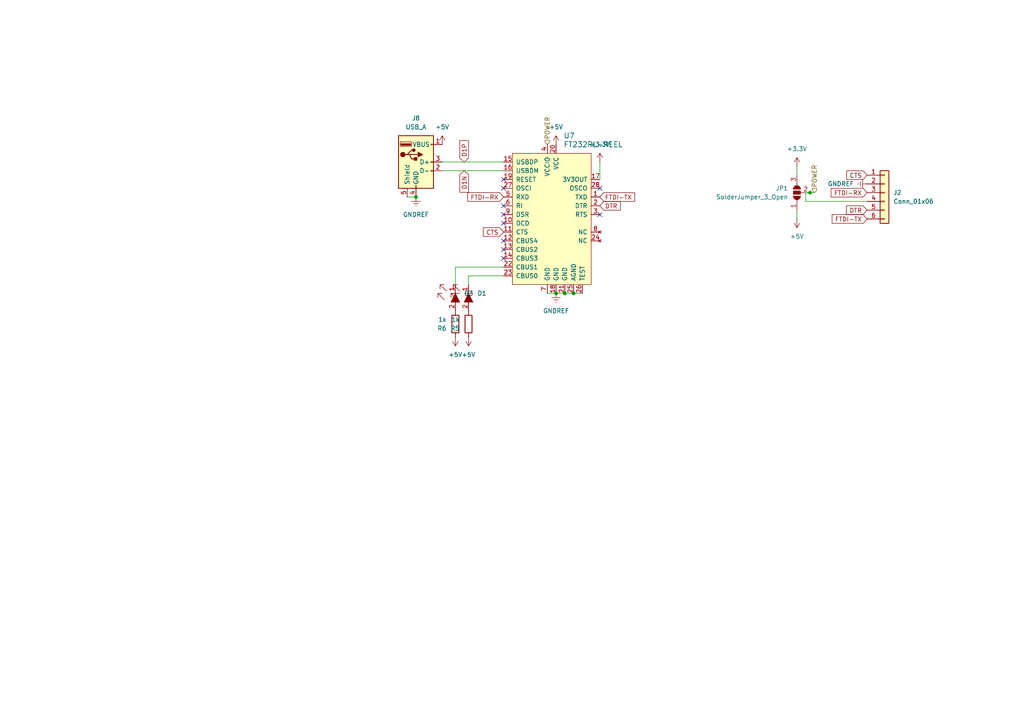
<source format=kicad_sch>
(kicad_sch
	(version 20250114)
	(generator "eeschema")
	(generator_version "9.0")
	(uuid "353d7dc3-8283-4caf-88c7-af144373e3e6")
	(paper "A4")
	(lib_symbols
		(symbol "Connector:USB_A"
			(pin_names
				(offset 1.016)
			)
			(exclude_from_sim no)
			(in_bom yes)
			(on_board yes)
			(property "Reference" "J"
				(at -5.08 11.43 0)
				(effects
					(font
						(size 1.27 1.27)
					)
					(justify left)
				)
			)
			(property "Value" "USB_A"
				(at -5.08 8.89 0)
				(effects
					(font
						(size 1.27 1.27)
					)
					(justify left)
				)
			)
			(property "Footprint" ""
				(at 3.81 -1.27 0)
				(effects
					(font
						(size 1.27 1.27)
					)
					(hide yes)
				)
			)
			(property "Datasheet" "~"
				(at 3.81 -1.27 0)
				(effects
					(font
						(size 1.27 1.27)
					)
					(hide yes)
				)
			)
			(property "Description" "USB Type A connector"
				(at 0 0 0)
				(effects
					(font
						(size 1.27 1.27)
					)
					(hide yes)
				)
			)
			(property "ki_keywords" "connector USB"
				(at 0 0 0)
				(effects
					(font
						(size 1.27 1.27)
					)
					(hide yes)
				)
			)
			(property "ki_fp_filters" "USB*"
				(at 0 0 0)
				(effects
					(font
						(size 1.27 1.27)
					)
					(hide yes)
				)
			)
			(symbol "USB_A_0_1"
				(rectangle
					(start -5.08 -7.62)
					(end 5.08 7.62)
					(stroke
						(width 0.254)
						(type default)
					)
					(fill
						(type background)
					)
				)
				(circle
					(center -3.81 2.159)
					(radius 0.635)
					(stroke
						(width 0.254)
						(type default)
					)
					(fill
						(type outline)
					)
				)
				(polyline
					(pts
						(xy -3.175 2.159) (xy -2.54 2.159) (xy -1.27 3.429) (xy -0.635 3.429)
					)
					(stroke
						(width 0.254)
						(type default)
					)
					(fill
						(type none)
					)
				)
				(polyline
					(pts
						(xy -2.54 2.159) (xy -1.905 2.159) (xy -1.27 0.889) (xy 0 0.889)
					)
					(stroke
						(width 0.254)
						(type default)
					)
					(fill
						(type none)
					)
				)
				(rectangle
					(start -1.524 4.826)
					(end -4.318 5.334)
					(stroke
						(width 0)
						(type default)
					)
					(fill
						(type outline)
					)
				)
				(rectangle
					(start -1.27 4.572)
					(end -4.572 5.842)
					(stroke
						(width 0)
						(type default)
					)
					(fill
						(type none)
					)
				)
				(circle
					(center -0.635 3.429)
					(radius 0.381)
					(stroke
						(width 0.254)
						(type default)
					)
					(fill
						(type outline)
					)
				)
				(rectangle
					(start -0.127 -7.62)
					(end 0.127 -6.858)
					(stroke
						(width 0)
						(type default)
					)
					(fill
						(type none)
					)
				)
				(rectangle
					(start 0.254 1.27)
					(end -0.508 0.508)
					(stroke
						(width 0.254)
						(type default)
					)
					(fill
						(type outline)
					)
				)
				(polyline
					(pts
						(xy 0.635 2.794) (xy 0.635 1.524) (xy 1.905 2.159) (xy 0.635 2.794)
					)
					(stroke
						(width 0.254)
						(type default)
					)
					(fill
						(type outline)
					)
				)
				(rectangle
					(start 5.08 4.953)
					(end 4.318 5.207)
					(stroke
						(width 0)
						(type default)
					)
					(fill
						(type none)
					)
				)
				(rectangle
					(start 5.08 -0.127)
					(end 4.318 0.127)
					(stroke
						(width 0)
						(type default)
					)
					(fill
						(type none)
					)
				)
				(rectangle
					(start 5.08 -2.667)
					(end 4.318 -2.413)
					(stroke
						(width 0)
						(type default)
					)
					(fill
						(type none)
					)
				)
			)
			(symbol "USB_A_1_1"
				(polyline
					(pts
						(xy -1.905 2.159) (xy 0.635 2.159)
					)
					(stroke
						(width 0.254)
						(type default)
					)
					(fill
						(type none)
					)
				)
				(pin passive line
					(at -2.54 -10.16 90)
					(length 2.54)
					(name "Shield"
						(effects
							(font
								(size 1.27 1.27)
							)
						)
					)
					(number "5"
						(effects
							(font
								(size 1.27 1.27)
							)
						)
					)
				)
				(pin power_in line
					(at 0 -10.16 90)
					(length 2.54)
					(name "GND"
						(effects
							(font
								(size 1.27 1.27)
							)
						)
					)
					(number "4"
						(effects
							(font
								(size 1.27 1.27)
							)
						)
					)
				)
				(pin power_in line
					(at 7.62 5.08 180)
					(length 2.54)
					(name "VBUS"
						(effects
							(font
								(size 1.27 1.27)
							)
						)
					)
					(number "1"
						(effects
							(font
								(size 1.27 1.27)
							)
						)
					)
				)
				(pin bidirectional line
					(at 7.62 0 180)
					(length 2.54)
					(name "D+"
						(effects
							(font
								(size 1.27 1.27)
							)
						)
					)
					(number "3"
						(effects
							(font
								(size 1.27 1.27)
							)
						)
					)
				)
				(pin bidirectional line
					(at 7.62 -2.54 180)
					(length 2.54)
					(name "D-"
						(effects
							(font
								(size 1.27 1.27)
							)
						)
					)
					(number "2"
						(effects
							(font
								(size 1.27 1.27)
							)
						)
					)
				)
			)
			(embedded_fonts no)
		)
		(symbol "Connector_Generic:Conn_01x06"
			(pin_names
				(offset 1.016)
				(hide yes)
			)
			(exclude_from_sim no)
			(in_bom yes)
			(on_board yes)
			(property "Reference" "J"
				(at 0 7.62 0)
				(effects
					(font
						(size 1.27 1.27)
					)
				)
			)
			(property "Value" "Conn_01x06"
				(at 0 -10.16 0)
				(effects
					(font
						(size 1.27 1.27)
					)
				)
			)
			(property "Footprint" ""
				(at 0 0 0)
				(effects
					(font
						(size 1.27 1.27)
					)
					(hide yes)
				)
			)
			(property "Datasheet" "~"
				(at 0 0 0)
				(effects
					(font
						(size 1.27 1.27)
					)
					(hide yes)
				)
			)
			(property "Description" "Generic connector, single row, 01x06, script generated (kicad-library-utils/schlib/autogen/connector/)"
				(at 0 0 0)
				(effects
					(font
						(size 1.27 1.27)
					)
					(hide yes)
				)
			)
			(property "ki_keywords" "connector"
				(at 0 0 0)
				(effects
					(font
						(size 1.27 1.27)
					)
					(hide yes)
				)
			)
			(property "ki_fp_filters" "Connector*:*_1x??_*"
				(at 0 0 0)
				(effects
					(font
						(size 1.27 1.27)
					)
					(hide yes)
				)
			)
			(symbol "Conn_01x06_1_1"
				(rectangle
					(start -1.27 6.35)
					(end 1.27 -8.89)
					(stroke
						(width 0.254)
						(type default)
					)
					(fill
						(type background)
					)
				)
				(rectangle
					(start -1.27 5.207)
					(end 0 4.953)
					(stroke
						(width 0.1524)
						(type default)
					)
					(fill
						(type none)
					)
				)
				(rectangle
					(start -1.27 2.667)
					(end 0 2.413)
					(stroke
						(width 0.1524)
						(type default)
					)
					(fill
						(type none)
					)
				)
				(rectangle
					(start -1.27 0.127)
					(end 0 -0.127)
					(stroke
						(width 0.1524)
						(type default)
					)
					(fill
						(type none)
					)
				)
				(rectangle
					(start -1.27 -2.413)
					(end 0 -2.667)
					(stroke
						(width 0.1524)
						(type default)
					)
					(fill
						(type none)
					)
				)
				(rectangle
					(start -1.27 -4.953)
					(end 0 -5.207)
					(stroke
						(width 0.1524)
						(type default)
					)
					(fill
						(type none)
					)
				)
				(rectangle
					(start -1.27 -7.493)
					(end 0 -7.747)
					(stroke
						(width 0.1524)
						(type default)
					)
					(fill
						(type none)
					)
				)
				(pin passive line
					(at -5.08 5.08 0)
					(length 3.81)
					(name "Pin_1"
						(effects
							(font
								(size 1.27 1.27)
							)
						)
					)
					(number "1"
						(effects
							(font
								(size 1.27 1.27)
							)
						)
					)
				)
				(pin passive line
					(at -5.08 2.54 0)
					(length 3.81)
					(name "Pin_2"
						(effects
							(font
								(size 1.27 1.27)
							)
						)
					)
					(number "2"
						(effects
							(font
								(size 1.27 1.27)
							)
						)
					)
				)
				(pin passive line
					(at -5.08 0 0)
					(length 3.81)
					(name "Pin_3"
						(effects
							(font
								(size 1.27 1.27)
							)
						)
					)
					(number "3"
						(effects
							(font
								(size 1.27 1.27)
							)
						)
					)
				)
				(pin passive line
					(at -5.08 -2.54 0)
					(length 3.81)
					(name "Pin_4"
						(effects
							(font
								(size 1.27 1.27)
							)
						)
					)
					(number "4"
						(effects
							(font
								(size 1.27 1.27)
							)
						)
					)
				)
				(pin passive line
					(at -5.08 -5.08 0)
					(length 3.81)
					(name "Pin_5"
						(effects
							(font
								(size 1.27 1.27)
							)
						)
					)
					(number "5"
						(effects
							(font
								(size 1.27 1.27)
							)
						)
					)
				)
				(pin passive line
					(at -5.08 -7.62 0)
					(length 3.81)
					(name "Pin_6"
						(effects
							(font
								(size 1.27 1.27)
							)
						)
					)
					(number "6"
						(effects
							(font
								(size 1.27 1.27)
							)
						)
					)
				)
			)
			(embedded_fonts no)
		)
		(symbol "Device:R"
			(pin_numbers
				(hide yes)
			)
			(pin_names
				(offset 0)
			)
			(exclude_from_sim no)
			(in_bom yes)
			(on_board yes)
			(property "Reference" "R"
				(at 2.032 0 90)
				(effects
					(font
						(size 1.27 1.27)
					)
				)
			)
			(property "Value" "R"
				(at 0 0 90)
				(effects
					(font
						(size 1.27 1.27)
					)
				)
			)
			(property "Footprint" ""
				(at -1.778 0 90)
				(effects
					(font
						(size 1.27 1.27)
					)
					(hide yes)
				)
			)
			(property "Datasheet" "~"
				(at 0 0 0)
				(effects
					(font
						(size 1.27 1.27)
					)
					(hide yes)
				)
			)
			(property "Description" "Resistor"
				(at 0 0 0)
				(effects
					(font
						(size 1.27 1.27)
					)
					(hide yes)
				)
			)
			(property "ki_keywords" "R res resistor"
				(at 0 0 0)
				(effects
					(font
						(size 1.27 1.27)
					)
					(hide yes)
				)
			)
			(property "ki_fp_filters" "R_*"
				(at 0 0 0)
				(effects
					(font
						(size 1.27 1.27)
					)
					(hide yes)
				)
			)
			(symbol "R_0_1"
				(rectangle
					(start -1.016 -2.54)
					(end 1.016 2.54)
					(stroke
						(width 0.254)
						(type default)
					)
					(fill
						(type none)
					)
				)
			)
			(symbol "R_1_1"
				(pin passive line
					(at 0 3.81 270)
					(length 1.27)
					(name "~"
						(effects
							(font
								(size 1.27 1.27)
							)
						)
					)
					(number "1"
						(effects
							(font
								(size 1.27 1.27)
							)
						)
					)
				)
				(pin passive line
					(at 0 -3.81 90)
					(length 1.27)
					(name "~"
						(effects
							(font
								(size 1.27 1.27)
							)
						)
					)
					(number "2"
						(effects
							(font
								(size 1.27 1.27)
							)
						)
					)
				)
			)
			(embedded_fonts no)
		)
		(symbol "Jumper:SolderJumper_3_Open"
			(pin_names
				(offset 0)
				(hide yes)
			)
			(exclude_from_sim yes)
			(in_bom no)
			(on_board yes)
			(property "Reference" "JP"
				(at -2.54 -2.54 0)
				(effects
					(font
						(size 1.27 1.27)
					)
				)
			)
			(property "Value" "SolderJumper_3_Open"
				(at 0 2.794 0)
				(effects
					(font
						(size 1.27 1.27)
					)
				)
			)
			(property "Footprint" ""
				(at 0 0 0)
				(effects
					(font
						(size 1.27 1.27)
					)
					(hide yes)
				)
			)
			(property "Datasheet" "~"
				(at 0 0 0)
				(effects
					(font
						(size 1.27 1.27)
					)
					(hide yes)
				)
			)
			(property "Description" "Solder Jumper, 3-pole, open"
				(at 0 0 0)
				(effects
					(font
						(size 1.27 1.27)
					)
					(hide yes)
				)
			)
			(property "ki_keywords" "Solder Jumper SPDT"
				(at 0 0 0)
				(effects
					(font
						(size 1.27 1.27)
					)
					(hide yes)
				)
			)
			(property "ki_fp_filters" "SolderJumper*Open*"
				(at 0 0 0)
				(effects
					(font
						(size 1.27 1.27)
					)
					(hide yes)
				)
			)
			(symbol "SolderJumper_3_Open_0_1"
				(polyline
					(pts
						(xy -2.54 0) (xy -2.032 0)
					)
					(stroke
						(width 0)
						(type default)
					)
					(fill
						(type none)
					)
				)
				(polyline
					(pts
						(xy -1.016 1.016) (xy -1.016 -1.016)
					)
					(stroke
						(width 0)
						(type default)
					)
					(fill
						(type none)
					)
				)
				(arc
					(start -1.016 -1.016)
					(mid -2.0276 0)
					(end -1.016 1.016)
					(stroke
						(width 0)
						(type default)
					)
					(fill
						(type none)
					)
				)
				(arc
					(start -1.016 -1.016)
					(mid -2.0276 0)
					(end -1.016 1.016)
					(stroke
						(width 0)
						(type default)
					)
					(fill
						(type outline)
					)
				)
				(rectangle
					(start -0.508 1.016)
					(end 0.508 -1.016)
					(stroke
						(width 0)
						(type default)
					)
					(fill
						(type outline)
					)
				)
				(polyline
					(pts
						(xy 0 -1.27) (xy 0 -1.016)
					)
					(stroke
						(width 0)
						(type default)
					)
					(fill
						(type none)
					)
				)
				(arc
					(start 1.016 1.016)
					(mid 2.0276 0)
					(end 1.016 -1.016)
					(stroke
						(width 0)
						(type default)
					)
					(fill
						(type none)
					)
				)
				(arc
					(start 1.016 1.016)
					(mid 2.0276 0)
					(end 1.016 -1.016)
					(stroke
						(width 0)
						(type default)
					)
					(fill
						(type outline)
					)
				)
				(polyline
					(pts
						(xy 1.016 1.016) (xy 1.016 -1.016)
					)
					(stroke
						(width 0)
						(type default)
					)
					(fill
						(type none)
					)
				)
				(polyline
					(pts
						(xy 2.54 0) (xy 2.032 0)
					)
					(stroke
						(width 0)
						(type default)
					)
					(fill
						(type none)
					)
				)
			)
			(symbol "SolderJumper_3_Open_1_1"
				(pin passive line
					(at -5.08 0 0)
					(length 2.54)
					(name "A"
						(effects
							(font
								(size 1.27 1.27)
							)
						)
					)
					(number "1"
						(effects
							(font
								(size 1.27 1.27)
							)
						)
					)
				)
				(pin passive line
					(at 0 -3.81 90)
					(length 2.54)
					(name "C"
						(effects
							(font
								(size 1.27 1.27)
							)
						)
					)
					(number "2"
						(effects
							(font
								(size 1.27 1.27)
							)
						)
					)
				)
				(pin passive line
					(at 5.08 0 180)
					(length 2.54)
					(name "B"
						(effects
							(font
								(size 1.27 1.27)
							)
						)
					)
					(number "3"
						(effects
							(font
								(size 1.27 1.27)
							)
						)
					)
				)
			)
			(embedded_fonts no)
		)
		(symbol "dk_Interface-Controllers:FT232RL-REEL"
			(pin_names
				(offset 1.016)
			)
			(exclude_from_sim no)
			(in_bom yes)
			(on_board yes)
			(property "Reference" "U"
				(at -12.7 11.43 0)
				(effects
					(font
						(size 1.524 1.524)
					)
				)
			)
			(property "Value" "FT232RL-REEL"
				(at -2.54 -20.32 90)
				(effects
					(font
						(size 1.524 1.524)
					)
					(justify left)
				)
			)
			(property "Footprint" "digikey-footprints:SSOP-28_W5.30mm"
				(at 5.08 5.08 0)
				(effects
					(font
						(size 1.524 1.524)
					)
					(justify left)
					(hide yes)
				)
			)
			(property "Datasheet" "https://www.ftdichip.com/Support/Documents/DataSheets/ICs/DS_FT232R.pdf"
				(at 5.08 7.62 0)
				(effects
					(font
						(size 1.524 1.524)
					)
					(justify left)
					(hide yes)
				)
			)
			(property "Description" "IC USB FS SERIAL UART 28-SSOP"
				(at 0 0 0)
				(effects
					(font
						(size 1.27 1.27)
					)
					(hide yes)
				)
			)
			(property "Digi-Key_PN" "768-1007-1-ND"
				(at 5.08 10.16 0)
				(effects
					(font
						(size 1.524 1.524)
					)
					(justify left)
					(hide yes)
				)
			)
			(property "MPN" "FT232RL-REEL"
				(at 5.08 12.7 0)
				(effects
					(font
						(size 1.524 1.524)
					)
					(justify left)
					(hide yes)
				)
			)
			(property "Category" "Integrated Circuits (ICs)"
				(at 5.08 15.24 0)
				(effects
					(font
						(size 1.524 1.524)
					)
					(justify left)
					(hide yes)
				)
			)
			(property "Family" "Interface - Controllers"
				(at 5.08 17.78 0)
				(effects
					(font
						(size 1.524 1.524)
					)
					(justify left)
					(hide yes)
				)
			)
			(property "DK_Datasheet_Link" "https://www.ftdichip.com/Support/Documents/DataSheets/ICs/DS_FT232R.pdf"
				(at 5.08 20.32 0)
				(effects
					(font
						(size 1.524 1.524)
					)
					(justify left)
					(hide yes)
				)
			)
			(property "DK_Detail_Page" "/product-detail/en/ftdi-future-technology-devices-international-ltd/FT232RL-REEL/768-1007-1-ND/1836402"
				(at 5.08 22.86 0)
				(effects
					(font
						(size 1.524 1.524)
					)
					(justify left)
					(hide yes)
				)
			)
			(property "Description_1" "IC USB FS SERIAL UART 28-SSOP"
				(at 5.08 25.4 0)
				(effects
					(font
						(size 1.524 1.524)
					)
					(justify left)
					(hide yes)
				)
			)
			(property "Manufacturer" "FTDI, Future Technology Devices International Ltd"
				(at 5.08 27.94 0)
				(effects
					(font
						(size 1.524 1.524)
					)
					(justify left)
					(hide yes)
				)
			)
			(property "Status" "Active"
				(at 5.08 30.48 0)
				(effects
					(font
						(size 1.524 1.524)
					)
					(justify left)
					(hide yes)
				)
			)
			(property "ki_keywords" "768-1007-1-ND USBmadeEZ-UART"
				(at 0 0 0)
				(effects
					(font
						(size 1.27 1.27)
					)
					(hide yes)
				)
			)
			(symbol "FT232RL-REEL_0_1"
				(rectangle
					(start -15.24 10.16)
					(end 7.62 -27.94)
					(stroke
						(width 0)
						(type solid)
					)
					(fill
						(type background)
					)
				)
			)
			(symbol "FT232RL-REEL_1_1"
				(pin bidirectional line
					(at -17.78 7.62 0)
					(length 2.54)
					(name "USBDP"
						(effects
							(font
								(size 1.27 1.27)
							)
						)
					)
					(number "15"
						(effects
							(font
								(size 1.27 1.27)
							)
						)
					)
				)
				(pin bidirectional line
					(at -17.78 5.08 0)
					(length 2.54)
					(name "USBDM"
						(effects
							(font
								(size 1.27 1.27)
							)
						)
					)
					(number "16"
						(effects
							(font
								(size 1.27 1.27)
							)
						)
					)
				)
				(pin input line
					(at -17.78 2.54 0)
					(length 2.54)
					(name "RESET"
						(effects
							(font
								(size 1.27 1.27)
							)
						)
					)
					(number "19"
						(effects
							(font
								(size 1.27 1.27)
							)
						)
					)
				)
				(pin input line
					(at -17.78 0 0)
					(length 2.54)
					(name "OSCI"
						(effects
							(font
								(size 1.27 1.27)
							)
						)
					)
					(number "27"
						(effects
							(font
								(size 1.27 1.27)
							)
						)
					)
				)
				(pin input line
					(at -17.78 -2.54 0)
					(length 2.54)
					(name "RXD"
						(effects
							(font
								(size 1.27 1.27)
							)
						)
					)
					(number "5"
						(effects
							(font
								(size 1.27 1.27)
							)
						)
					)
				)
				(pin input line
					(at -17.78 -5.08 0)
					(length 2.54)
					(name "RI"
						(effects
							(font
								(size 1.27 1.27)
							)
						)
					)
					(number "6"
						(effects
							(font
								(size 1.27 1.27)
							)
						)
					)
				)
				(pin input line
					(at -17.78 -7.62 0)
					(length 2.54)
					(name "DSR"
						(effects
							(font
								(size 1.27 1.27)
							)
						)
					)
					(number "9"
						(effects
							(font
								(size 1.27 1.27)
							)
						)
					)
				)
				(pin input line
					(at -17.78 -10.16 0)
					(length 2.54)
					(name "DCD"
						(effects
							(font
								(size 1.27 1.27)
							)
						)
					)
					(number "10"
						(effects
							(font
								(size 1.27 1.27)
							)
						)
					)
				)
				(pin input line
					(at -17.78 -12.7 0)
					(length 2.54)
					(name "CTS"
						(effects
							(font
								(size 1.27 1.27)
							)
						)
					)
					(number "11"
						(effects
							(font
								(size 1.27 1.27)
							)
						)
					)
				)
				(pin bidirectional line
					(at -17.78 -15.24 0)
					(length 2.54)
					(name "CBUS4"
						(effects
							(font
								(size 1.27 1.27)
							)
						)
					)
					(number "12"
						(effects
							(font
								(size 1.27 1.27)
							)
						)
					)
				)
				(pin bidirectional line
					(at -17.78 -17.78 0)
					(length 2.54)
					(name "CBUS2"
						(effects
							(font
								(size 1.27 1.27)
							)
						)
					)
					(number "13"
						(effects
							(font
								(size 1.27 1.27)
							)
						)
					)
				)
				(pin bidirectional line
					(at -17.78 -20.32 0)
					(length 2.54)
					(name "CBUS3"
						(effects
							(font
								(size 1.27 1.27)
							)
						)
					)
					(number "14"
						(effects
							(font
								(size 1.27 1.27)
							)
						)
					)
				)
				(pin bidirectional line
					(at -17.78 -22.86 0)
					(length 2.54)
					(name "CBUS1"
						(effects
							(font
								(size 1.27 1.27)
							)
						)
					)
					(number "22"
						(effects
							(font
								(size 1.27 1.27)
							)
						)
					)
				)
				(pin bidirectional line
					(at -17.78 -25.4 0)
					(length 2.54)
					(name "CBUS0"
						(effects
							(font
								(size 1.27 1.27)
							)
						)
					)
					(number "23"
						(effects
							(font
								(size 1.27 1.27)
							)
						)
					)
				)
				(pin power_in line
					(at -5.08 12.7 270)
					(length 2.54)
					(name "VCCIO"
						(effects
							(font
								(size 1.27 1.27)
							)
						)
					)
					(number "4"
						(effects
							(font
								(size 1.27 1.27)
							)
						)
					)
				)
				(pin power_in line
					(at -5.08 -30.48 90)
					(length 2.54)
					(name "GND"
						(effects
							(font
								(size 1.27 1.27)
							)
						)
					)
					(number "7"
						(effects
							(font
								(size 1.27 1.27)
							)
						)
					)
				)
				(pin power_in line
					(at -2.54 12.7 270)
					(length 2.54)
					(name "VCC"
						(effects
							(font
								(size 1.27 1.27)
							)
						)
					)
					(number "20"
						(effects
							(font
								(size 1.27 1.27)
							)
						)
					)
				)
				(pin power_in line
					(at -2.54 -30.48 90)
					(length 2.54)
					(name "GND"
						(effects
							(font
								(size 1.27 1.27)
							)
						)
					)
					(number "18"
						(effects
							(font
								(size 1.27 1.27)
							)
						)
					)
				)
				(pin power_in line
					(at 0 -30.48 90)
					(length 2.54)
					(name "GND"
						(effects
							(font
								(size 1.27 1.27)
							)
						)
					)
					(number "21"
						(effects
							(font
								(size 1.27 1.27)
							)
						)
					)
				)
				(pin power_in line
					(at 2.54 -30.48 90)
					(length 2.54)
					(name "AGND"
						(effects
							(font
								(size 1.27 1.27)
							)
						)
					)
					(number "25"
						(effects
							(font
								(size 1.27 1.27)
							)
						)
					)
				)
				(pin power_in line
					(at 5.08 -30.48 90)
					(length 2.54)
					(name "TEST"
						(effects
							(font
								(size 1.27 1.27)
							)
						)
					)
					(number "26"
						(effects
							(font
								(size 1.27 1.27)
							)
						)
					)
				)
				(pin passive line
					(at 10.16 2.54 180)
					(length 2.54)
					(name "3V3OUT"
						(effects
							(font
								(size 1.27 1.27)
							)
						)
					)
					(number "17"
						(effects
							(font
								(size 1.27 1.27)
							)
						)
					)
				)
				(pin output line
					(at 10.16 0 180)
					(length 2.54)
					(name "OSCO"
						(effects
							(font
								(size 1.27 1.27)
							)
						)
					)
					(number "28"
						(effects
							(font
								(size 1.27 1.27)
							)
						)
					)
				)
				(pin output line
					(at 10.16 -2.54 180)
					(length 2.54)
					(name "TXD"
						(effects
							(font
								(size 1.27 1.27)
							)
						)
					)
					(number "1"
						(effects
							(font
								(size 1.27 1.27)
							)
						)
					)
				)
				(pin output line
					(at 10.16 -5.08 180)
					(length 2.54)
					(name "DTR"
						(effects
							(font
								(size 1.27 1.27)
							)
						)
					)
					(number "2"
						(effects
							(font
								(size 1.27 1.27)
							)
						)
					)
				)
				(pin output line
					(at 10.16 -7.62 180)
					(length 2.54)
					(name "RTS"
						(effects
							(font
								(size 1.27 1.27)
							)
						)
					)
					(number "3"
						(effects
							(font
								(size 1.27 1.27)
							)
						)
					)
				)
				(pin no_connect line
					(at 10.16 -12.7 180)
					(length 2.54)
					(name "NC"
						(effects
							(font
								(size 1.27 1.27)
							)
						)
					)
					(number "8"
						(effects
							(font
								(size 1.27 1.27)
							)
						)
					)
				)
				(pin no_connect line
					(at 10.16 -15.24 180)
					(length 2.54)
					(name "NC"
						(effects
							(font
								(size 1.27 1.27)
							)
						)
					)
					(number "24"
						(effects
							(font
								(size 1.27 1.27)
							)
						)
					)
				)
			)
			(embedded_fonts no)
		)
		(symbol "dk_LED-Indication-Discrete:LTST-C190GKT"
			(pin_names
				(offset 0)
			)
			(exclude_from_sim no)
			(in_bom yes)
			(on_board yes)
			(property "Reference" "D"
				(at -6.35 3.81 0)
				(effects
					(font
						(size 1.27 1.27)
					)
					(justify left)
				)
			)
			(property "Value" "LTST-C190GKT"
				(at 0 -3.81 0)
				(effects
					(font
						(size 1.524 1.524)
					)
					(hide yes)
				)
			)
			(property "Footprint" "digikey-footprints:LED_0603"
				(at 5.08 5.08 0)
				(effects
					(font
						(size 1.524 1.524)
					)
					(justify left)
					(hide yes)
				)
			)
			(property "Datasheet" "https://media.digikey.com/pdf/Data%20Sheets/Lite-On%20PDFs/LTST-C190GKT.pdf"
				(at 5.08 7.62 0)
				(effects
					(font
						(size 1.524 1.524)
					)
					(justify left)
					(hide yes)
				)
			)
			(property "Description" "LED GREEN CLEAR CHIP SMD"
				(at 0 0 0)
				(effects
					(font
						(size 1.27 1.27)
					)
					(hide yes)
				)
			)
			(property "Digi-Key_PN" "160-1183-1-ND"
				(at 5.08 10.16 0)
				(effects
					(font
						(size 1.524 1.524)
					)
					(justify left)
					(hide yes)
				)
			)
			(property "MPN" "LTST-C190GKT"
				(at 5.08 12.7 0)
				(effects
					(font
						(size 1.524 1.524)
					)
					(justify left)
					(hide yes)
				)
			)
			(property "Category" "Optoelectronics"
				(at 5.08 15.24 0)
				(effects
					(font
						(size 1.524 1.524)
					)
					(justify left)
					(hide yes)
				)
			)
			(property "Family" "LED Indication - Discrete"
				(at 5.08 17.78 0)
				(effects
					(font
						(size 1.524 1.524)
					)
					(justify left)
					(hide yes)
				)
			)
			(property "DK_Datasheet_Link" "https://media.digikey.com/pdf/Data%20Sheets/Lite-On%20PDFs/LTST-C190GKT.pdf"
				(at 5.08 20.32 0)
				(effects
					(font
						(size 1.524 1.524)
					)
					(justify left)
					(hide yes)
				)
			)
			(property "DK_Detail_Page" "/product-detail/en/lite-on-inc/LTST-C190GKT/160-1183-1-ND/269255"
				(at 5.08 22.86 0)
				(effects
					(font
						(size 1.524 1.524)
					)
					(justify left)
					(hide yes)
				)
			)
			(property "Description_1" "LED GREEN CLEAR CHIP SMD"
				(at 5.08 25.4 0)
				(effects
					(font
						(size 1.524 1.524)
					)
					(justify left)
					(hide yes)
				)
			)
			(property "Manufacturer" "Lite-On Inc."
				(at 5.08 27.94 0)
				(effects
					(font
						(size 1.524 1.524)
					)
					(justify left)
					(hide yes)
				)
			)
			(property "Status" "Active"
				(at 5.08 30.48 0)
				(effects
					(font
						(size 1.524 1.524)
					)
					(justify left)
					(hide yes)
				)
			)
			(property "ki_keywords" "160-1183-1-ND"
				(at 0 0 0)
				(effects
					(font
						(size 1.27 1.27)
					)
					(hide yes)
				)
			)
			(symbol "LTST-C190GKT_0_1"
				(polyline
					(pts
						(xy -2.54 1.27) (xy -2.54 -1.27) (xy 0 0) (xy -2.54 1.27)
					)
					(stroke
						(width 0)
						(type solid)
					)
					(fill
						(type outline)
					)
				)
				(polyline
					(pts
						(xy 0 1.27) (xy 0 -1.27)
					)
					(stroke
						(width 0)
						(type solid)
					)
					(fill
						(type none)
					)
				)
			)
			(symbol "LTST-C190GKT_1_1"
				(polyline
					(pts
						(xy -1.27 3.81) (xy -1.905 3.175)
					)
					(stroke
						(width 0)
						(type solid)
					)
					(fill
						(type none)
					)
				)
				(polyline
					(pts
						(xy -0.635 5.08) (xy -1.27 5.08)
					)
					(stroke
						(width 0)
						(type solid)
					)
					(fill
						(type none)
					)
				)
				(polyline
					(pts
						(xy 0 5.08) (xy 0 4.445) (xy 0 5.08) (xy -0.635 5.08) (xy 0 5.08) (xy -1.27 3.81)
					)
					(stroke
						(width 0)
						(type solid)
					)
					(fill
						(type none)
					)
				)
				(polyline
					(pts
						(xy 0 4.445) (xy 0 3.81)
					)
					(stroke
						(width 0)
						(type solid)
					)
					(fill
						(type none)
					)
				)
				(polyline
					(pts
						(xy 1.27 3.175) (xy 0.635 2.54)
					)
					(stroke
						(width 0)
						(type solid)
					)
					(fill
						(type none)
					)
				)
				(polyline
					(pts
						(xy 1.27 3.175) (xy 2.54 4.445) (xy 1.905 4.445) (xy 2.54 4.445) (xy 2.54 3.81)
					)
					(stroke
						(width 0)
						(type solid)
					)
					(fill
						(type none)
					)
				)
				(polyline
					(pts
						(xy 1.905 4.445) (xy 1.27 4.445)
					)
					(stroke
						(width 0)
						(type solid)
					)
					(fill
						(type none)
					)
				)
				(polyline
					(pts
						(xy 2.54 3.81) (xy 2.54 3.175)
					)
					(stroke
						(width 0)
						(type solid)
					)
					(fill
						(type none)
					)
				)
				(pin input line
					(at -5.08 0 0)
					(length 2.54)
					(name "~"
						(effects
							(font
								(size 1.27 1.27)
							)
						)
					)
					(number "2"
						(effects
							(font
								(size 1.27 1.27)
							)
						)
					)
				)
				(pin output line
					(at 2.54 0 180)
					(length 2.54)
					(name "~"
						(effects
							(font
								(size 1.27 1.27)
							)
						)
					)
					(number "1"
						(effects
							(font
								(size 1.27 1.27)
							)
						)
					)
				)
			)
			(embedded_fonts no)
		)
		(symbol "power:+3.3V"
			(power)
			(pin_numbers
				(hide yes)
			)
			(pin_names
				(offset 0)
				(hide yes)
			)
			(exclude_from_sim no)
			(in_bom yes)
			(on_board yes)
			(property "Reference" "#PWR"
				(at 0 -3.81 0)
				(effects
					(font
						(size 1.27 1.27)
					)
					(hide yes)
				)
			)
			(property "Value" "+3.3V"
				(at 0 3.556 0)
				(effects
					(font
						(size 1.27 1.27)
					)
				)
			)
			(property "Footprint" ""
				(at 0 0 0)
				(effects
					(font
						(size 1.27 1.27)
					)
					(hide yes)
				)
			)
			(property "Datasheet" ""
				(at 0 0 0)
				(effects
					(font
						(size 1.27 1.27)
					)
					(hide yes)
				)
			)
			(property "Description" "Power symbol creates a global label with name \"+3.3V\""
				(at 0 0 0)
				(effects
					(font
						(size 1.27 1.27)
					)
					(hide yes)
				)
			)
			(property "ki_keywords" "global power"
				(at 0 0 0)
				(effects
					(font
						(size 1.27 1.27)
					)
					(hide yes)
				)
			)
			(symbol "+3.3V_0_1"
				(polyline
					(pts
						(xy -0.762 1.27) (xy 0 2.54)
					)
					(stroke
						(width 0)
						(type default)
					)
					(fill
						(type none)
					)
				)
				(polyline
					(pts
						(xy 0 2.54) (xy 0.762 1.27)
					)
					(stroke
						(width 0)
						(type default)
					)
					(fill
						(type none)
					)
				)
				(polyline
					(pts
						(xy 0 0) (xy 0 2.54)
					)
					(stroke
						(width 0)
						(type default)
					)
					(fill
						(type none)
					)
				)
			)
			(symbol "+3.3V_1_1"
				(pin power_in line
					(at 0 0 90)
					(length 0)
					(name "~"
						(effects
							(font
								(size 1.27 1.27)
							)
						)
					)
					(number "1"
						(effects
							(font
								(size 1.27 1.27)
							)
						)
					)
				)
			)
			(embedded_fonts no)
		)
		(symbol "power:+5V"
			(power)
			(pin_numbers
				(hide yes)
			)
			(pin_names
				(offset 0)
				(hide yes)
			)
			(exclude_from_sim no)
			(in_bom yes)
			(on_board yes)
			(property "Reference" "#PWR"
				(at 0 -3.81 0)
				(effects
					(font
						(size 1.27 1.27)
					)
					(hide yes)
				)
			)
			(property "Value" "+5V"
				(at 0 3.556 0)
				(effects
					(font
						(size 1.27 1.27)
					)
				)
			)
			(property "Footprint" ""
				(at 0 0 0)
				(effects
					(font
						(size 1.27 1.27)
					)
					(hide yes)
				)
			)
			(property "Datasheet" ""
				(at 0 0 0)
				(effects
					(font
						(size 1.27 1.27)
					)
					(hide yes)
				)
			)
			(property "Description" "Power symbol creates a global label with name \"+5V\""
				(at 0 0 0)
				(effects
					(font
						(size 1.27 1.27)
					)
					(hide yes)
				)
			)
			(property "ki_keywords" "global power"
				(at 0 0 0)
				(effects
					(font
						(size 1.27 1.27)
					)
					(hide yes)
				)
			)
			(symbol "+5V_0_1"
				(polyline
					(pts
						(xy -0.762 1.27) (xy 0 2.54)
					)
					(stroke
						(width 0)
						(type default)
					)
					(fill
						(type none)
					)
				)
				(polyline
					(pts
						(xy 0 2.54) (xy 0.762 1.27)
					)
					(stroke
						(width 0)
						(type default)
					)
					(fill
						(type none)
					)
				)
				(polyline
					(pts
						(xy 0 0) (xy 0 2.54)
					)
					(stroke
						(width 0)
						(type default)
					)
					(fill
						(type none)
					)
				)
			)
			(symbol "+5V_1_1"
				(pin power_in line
					(at 0 0 90)
					(length 0)
					(name "~"
						(effects
							(font
								(size 1.27 1.27)
							)
						)
					)
					(number "1"
						(effects
							(font
								(size 1.27 1.27)
							)
						)
					)
				)
			)
			(embedded_fonts no)
		)
		(symbol "power:GNDREF"
			(power)
			(pin_numbers
				(hide yes)
			)
			(pin_names
				(offset 0)
				(hide yes)
			)
			(exclude_from_sim no)
			(in_bom yes)
			(on_board yes)
			(property "Reference" "#PWR"
				(at 0 -6.35 0)
				(effects
					(font
						(size 1.27 1.27)
					)
					(hide yes)
				)
			)
			(property "Value" "GNDREF"
				(at 0 -3.81 0)
				(effects
					(font
						(size 1.27 1.27)
					)
				)
			)
			(property "Footprint" ""
				(at 0 0 0)
				(effects
					(font
						(size 1.27 1.27)
					)
					(hide yes)
				)
			)
			(property "Datasheet" ""
				(at 0 0 0)
				(effects
					(font
						(size 1.27 1.27)
					)
					(hide yes)
				)
			)
			(property "Description" "Power symbol creates a global label with name \"GNDREF\" , reference supply ground"
				(at 0 0 0)
				(effects
					(font
						(size 1.27 1.27)
					)
					(hide yes)
				)
			)
			(property "ki_keywords" "global power"
				(at 0 0 0)
				(effects
					(font
						(size 1.27 1.27)
					)
					(hide yes)
				)
			)
			(symbol "GNDREF_0_1"
				(polyline
					(pts
						(xy -0.635 -1.905) (xy 0.635 -1.905)
					)
					(stroke
						(width 0)
						(type default)
					)
					(fill
						(type none)
					)
				)
				(polyline
					(pts
						(xy -0.127 -2.54) (xy 0.127 -2.54)
					)
					(stroke
						(width 0)
						(type default)
					)
					(fill
						(type none)
					)
				)
				(polyline
					(pts
						(xy 0 -1.27) (xy 0 0)
					)
					(stroke
						(width 0)
						(type default)
					)
					(fill
						(type none)
					)
				)
				(polyline
					(pts
						(xy 1.27 -1.27) (xy -1.27 -1.27)
					)
					(stroke
						(width 0)
						(type default)
					)
					(fill
						(type none)
					)
				)
			)
			(symbol "GNDREF_1_1"
				(pin power_in line
					(at 0 0 270)
					(length 0)
					(name "~"
						(effects
							(font
								(size 1.27 1.27)
							)
						)
					)
					(number "1"
						(effects
							(font
								(size 1.27 1.27)
							)
						)
					)
				)
			)
			(embedded_fonts no)
		)
	)
	(junction
		(at 166.37 85.09)
		(diameter 0)
		(color 0 0 0 0)
		(uuid "40fb88d3-f11b-4461-8721-24caca250353")
	)
	(junction
		(at 161.29 85.09)
		(diameter 0)
		(color 0 0 0 0)
		(uuid "5cbe262b-8383-473c-9005-a22fb9b138ee")
	)
	(junction
		(at 234.95 55.88)
		(diameter 0)
		(color 0 0 0 0)
		(uuid "5e9cf171-33da-49fc-bd51-fb5e81c51b48")
	)
	(junction
		(at 163.83 85.09)
		(diameter 0)
		(color 0 0 0 0)
		(uuid "72a5cc7c-ae95-4334-93e2-cb1fc62cbb2f")
	)
	(junction
		(at 120.65 57.15)
		(diameter 0)
		(color 0 0 0 0)
		(uuid "fb69f60f-d87f-48c3-be7a-97debbe7d62e")
	)
	(no_connect
		(at 146.05 74.93)
		(uuid "02a4fd0f-454a-46b4-b0ef-502ecedcd6c3")
	)
	(no_connect
		(at 146.05 54.61)
		(uuid "0558093c-b150-4d02-a78a-1980f11305f3")
	)
	(no_connect
		(at 146.05 62.23)
		(uuid "0d7336a7-67de-4816-a1b7-7f3a4b59068b")
	)
	(no_connect
		(at 173.99 62.23)
		(uuid "1b0d9050-c635-4f15-8cf9-fb3d4ed7e54d")
	)
	(no_connect
		(at 146.05 72.39)
		(uuid "1b84509d-e757-49ec-89b0-3a1a5100f1b0")
	)
	(no_connect
		(at 146.05 52.07)
		(uuid "69af5065-c59c-4507-8cf6-2296465780c7")
	)
	(no_connect
		(at 146.05 59.69)
		(uuid "6afe43aa-013a-437d-a07a-7e7b874e029e")
	)
	(no_connect
		(at 146.05 64.77)
		(uuid "c3609cbf-41dd-4871-bef6-b9985c7bc874")
	)
	(no_connect
		(at 173.99 54.61)
		(uuid "de9c810f-90e8-4f45-8b43-00b54059e2c7")
	)
	(no_connect
		(at 146.05 69.85)
		(uuid "e2e3c61e-8fc3-42e9-a9c4-098bb8719987")
	)
	(wire
		(pts
			(xy 132.08 77.47) (xy 146.05 77.47)
		)
		(stroke
			(width 0)
			(type default)
		)
		(uuid "299c9618-8f70-48e7-b5be-3a768d6b33d2")
	)
	(wire
		(pts
			(xy 234.95 55.88) (xy 236.22 55.88)
		)
		(stroke
			(width 0)
			(type default)
		)
		(uuid "3153b6cf-52e3-4f2a-a200-c70ec7da788d")
	)
	(wire
		(pts
			(xy 161.29 85.09) (xy 163.83 85.09)
		)
		(stroke
			(width 0)
			(type default)
		)
		(uuid "3b4ff1c7-bb6f-4aa9-9b60-a5e53ba0d317")
	)
	(wire
		(pts
			(xy 234.95 55.88) (xy 233.68 55.88)
		)
		(stroke
			(width 0)
			(type default)
		)
		(uuid "3eb415c2-d304-4dc9-8056-0f8233085747")
	)
	(wire
		(pts
			(xy 135.89 80.01) (xy 146.05 80.01)
		)
		(stroke
			(width 0)
			(type default)
		)
		(uuid "46399df8-5b65-4614-a786-663e5e40b930")
	)
	(wire
		(pts
			(xy 231.14 48.26) (xy 231.14 50.8)
		)
		(stroke
			(width 0)
			(type default)
		)
		(uuid "4cdb2b76-a8ee-4c9c-b67b-b66625b26cc2")
	)
	(wire
		(pts
			(xy 135.89 80.01) (xy 135.89 82.55)
		)
		(stroke
			(width 0)
			(type default)
		)
		(uuid "8725ce49-8d16-435e-a284-33913f2f6be5")
	)
	(wire
		(pts
			(xy 173.99 46.99) (xy 173.99 52.07)
		)
		(stroke
			(width 0)
			(type default)
		)
		(uuid "90856110-392a-4b3a-a3e6-bf67b1943001")
	)
	(wire
		(pts
			(xy 233.68 55.88) (xy 233.68 58.42)
		)
		(stroke
			(width 0)
			(type default)
		)
		(uuid "933a953b-f761-4dcd-bcae-ebab4c2789a1")
	)
	(wire
		(pts
			(xy 233.68 58.42) (xy 251.46 58.42)
		)
		(stroke
			(width 0)
			(type default)
		)
		(uuid "9dd0435c-f7a2-4e8d-9a38-a03f28f04f65")
	)
	(wire
		(pts
			(xy 163.83 85.09) (xy 166.37 85.09)
		)
		(stroke
			(width 0)
			(type default)
		)
		(uuid "a21a6e75-583e-4b1f-bca0-1c433d4f7d6b")
	)
	(wire
		(pts
			(xy 231.14 63.5) (xy 231.14 60.96)
		)
		(stroke
			(width 0)
			(type default)
		)
		(uuid "a3a53600-06d0-4a47-88c9-64be56bc9136")
	)
	(wire
		(pts
			(xy 128.27 46.99) (xy 146.05 46.99)
		)
		(stroke
			(width 0)
			(type default)
		)
		(uuid "b14ae8f6-de26-45e6-b6d5-611cb2602541")
	)
	(wire
		(pts
			(xy 118.11 57.15) (xy 120.65 57.15)
		)
		(stroke
			(width 0)
			(type default)
		)
		(uuid "b1f4de2a-9c23-4078-a078-cdd91778cad9")
	)
	(wire
		(pts
			(xy 158.75 85.09) (xy 161.29 85.09)
		)
		(stroke
			(width 0)
			(type default)
		)
		(uuid "c6d32fd6-832c-4002-9328-12435ff40238")
	)
	(wire
		(pts
			(xy 128.27 49.53) (xy 146.05 49.53)
		)
		(stroke
			(width 0)
			(type default)
		)
		(uuid "ce502463-7ee8-431b-97c0-4b7d92cecf0e")
	)
	(wire
		(pts
			(xy 132.08 82.55) (xy 132.08 77.47)
		)
		(stroke
			(width 0)
			(type default)
		)
		(uuid "d16916e8-ce91-4d35-a9b1-10d7778c54fd")
	)
	(wire
		(pts
			(xy 166.37 85.09) (xy 168.91 85.09)
		)
		(stroke
			(width 0)
			(type default)
		)
		(uuid "ea246dc9-dd70-4ad7-821a-f9cd79901aa0")
	)
	(global_label "DTR"
		(shape input)
		(at 173.99 59.69 0)
		(fields_autoplaced yes)
		(effects
			(font
				(size 1.27 1.27)
			)
			(justify left)
		)
		(uuid "0eddbeda-208b-4fcb-a001-e285b69502b9")
		(property "Intersheetrefs" "${INTERSHEET_REFS}"
			(at 180.4828 59.69 0)
			(effects
				(font
					(size 1.27 1.27)
				)
				(justify left)
				(hide yes)
			)
		)
	)
	(global_label "FTDI-RX"
		(shape input)
		(at 251.46 55.88 180)
		(fields_autoplaced yes)
		(effects
			(font
				(size 1.27 1.27)
			)
			(justify right)
		)
		(uuid "3c2c00b5-55df-4f85-9593-74b1ebfd113c")
		(property "Intersheetrefs" "${INTERSHEET_REFS}"
			(at 240.4919 55.88 0)
			(effects
				(font
					(size 1.27 1.27)
				)
				(justify right)
				(hide yes)
			)
		)
	)
	(global_label "D1N"
		(shape input)
		(at 134.62 49.53 270)
		(fields_autoplaced yes)
		(effects
			(font
				(size 1.27 1.27)
			)
			(justify right)
		)
		(uuid "5328bfbc-180a-44df-ab70-fdfa739e751f")
		(property "Intersheetrefs" "${INTERSHEET_REFS}"
			(at 134.62 56.3252 90)
			(effects
				(font
					(size 1.27 1.27)
				)
				(justify right)
				(hide yes)
			)
		)
	)
	(global_label "D1P"
		(shape input)
		(at 134.62 46.99 90)
		(fields_autoplaced yes)
		(effects
			(font
				(size 1.27 1.27)
			)
			(justify left)
		)
		(uuid "8e1cb217-ef38-4d31-9d1e-9cebb47f07ad")
		(property "Intersheetrefs" "${INTERSHEET_REFS}"
			(at 134.62 40.2553 90)
			(effects
				(font
					(size 1.27 1.27)
				)
				(justify left)
				(hide yes)
			)
		)
	)
	(global_label "FTDI-TX"
		(shape input)
		(at 173.99 57.15 0)
		(fields_autoplaced yes)
		(effects
			(font
				(size 1.27 1.27)
			)
			(justify left)
		)
		(uuid "9b3ca451-017c-4725-85e0-b351f80b7df5")
		(property "Intersheetrefs" "${INTERSHEET_REFS}"
			(at 184.6557 57.15 0)
			(effects
				(font
					(size 1.27 1.27)
				)
				(justify left)
				(hide yes)
			)
		)
	)
	(global_label "DTR"
		(shape input)
		(at 251.46 60.96 180)
		(fields_autoplaced yes)
		(effects
			(font
				(size 1.27 1.27)
			)
			(justify right)
		)
		(uuid "bb141d54-7aa7-4a0d-9ea8-f5796257afc9")
		(property "Intersheetrefs" "${INTERSHEET_REFS}"
			(at 244.9672 60.96 0)
			(effects
				(font
					(size 1.27 1.27)
				)
				(justify right)
				(hide yes)
			)
		)
	)
	(global_label "CTS"
		(shape input)
		(at 251.46 50.8 180)
		(fields_autoplaced yes)
		(effects
			(font
				(size 1.27 1.27)
			)
			(justify right)
		)
		(uuid "bd94458b-b38a-427c-8135-23488b9259ed")
		(property "Intersheetrefs" "${INTERSHEET_REFS}"
			(at 245.0277 50.8 0)
			(effects
				(font
					(size 1.27 1.27)
				)
				(justify right)
				(hide yes)
			)
		)
	)
	(global_label "FTDI-TX"
		(shape input)
		(at 251.46 63.5 180)
		(fields_autoplaced yes)
		(effects
			(font
				(size 1.27 1.27)
			)
			(justify right)
		)
		(uuid "d5979c1f-4728-4ee8-a968-381b8d3f1d58")
		(property "Intersheetrefs" "${INTERSHEET_REFS}"
			(at 240.7943 63.5 0)
			(effects
				(font
					(size 1.27 1.27)
				)
				(justify right)
				(hide yes)
			)
		)
	)
	(global_label "CTS"
		(shape input)
		(at 146.05 67.31 180)
		(fields_autoplaced yes)
		(effects
			(font
				(size 1.27 1.27)
			)
			(justify right)
		)
		(uuid "ee525576-50bb-400b-9961-af7e17a671e1")
		(property "Intersheetrefs" "${INTERSHEET_REFS}"
			(at 139.6177 67.31 0)
			(effects
				(font
					(size 1.27 1.27)
				)
				(justify right)
				(hide yes)
			)
		)
	)
	(global_label "FTDI-RX"
		(shape input)
		(at 146.05 57.15 180)
		(fields_autoplaced yes)
		(effects
			(font
				(size 1.27 1.27)
			)
			(justify right)
		)
		(uuid "fe834fc6-244c-45dd-8c18-1111d74bfa0a")
		(property "Intersheetrefs" "${INTERSHEET_REFS}"
			(at 135.0819 57.15 0)
			(effects
				(font
					(size 1.27 1.27)
				)
				(justify right)
				(hide yes)
			)
		)
	)
	(hierarchical_label "POWER"
		(shape input)
		(at 236.22 55.88 90)
		(effects
			(font
				(size 1.27 1.27)
			)
			(justify left)
		)
		(uuid "1c107123-c720-4a63-b739-fa969e9f6cb9")
	)
	(hierarchical_label "POWER"
		(shape input)
		(at 158.75 41.91 90)
		(effects
			(font
				(size 1.27 1.27)
			)
			(justify left)
		)
		(uuid "74e34abd-37eb-4434-9fc3-e99e1b9d15fe")
	)
	(symbol
		(lib_id "Connector:USB_A")
		(at 120.65 46.99 0)
		(unit 1)
		(exclude_from_sim no)
		(in_bom yes)
		(on_board yes)
		(dnp no)
		(fields_autoplaced yes)
		(uuid "1af8dbff-ae5a-4273-9a82-9ee160a7df00")
		(property "Reference" "J8"
			(at 120.65 34.29 0)
			(effects
				(font
					(size 1.27 1.27)
				)
			)
		)
		(property "Value" "USB_A"
			(at 120.65 36.83 0)
			(effects
				(font
					(size 1.27 1.27)
				)
			)
		)
		(property "Footprint" "Connector_USB:USB_A_Receptacle_GCT_USB1046"
			(at 124.46 48.26 0)
			(effects
				(font
					(size 1.27 1.27)
				)
				(hide yes)
			)
		)
		(property "Datasheet" "~"
			(at 124.46 48.26 0)
			(effects
				(font
					(size 1.27 1.27)
				)
				(hide yes)
			)
		)
		(property "Description" "USB Type A connector"
			(at 120.65 46.99 0)
			(effects
				(font
					(size 1.27 1.27)
				)
				(hide yes)
			)
		)
		(pin "2"
			(uuid "259f6f69-3e23-4560-b63c-013f3137c1b7")
		)
		(pin "4"
			(uuid "9af6ec01-f1aa-42a7-a571-1c618eacec68")
		)
		(pin "1"
			(uuid "4bbaecbd-cb8f-4b81-8461-26f3ab75a087")
		)
		(pin "3"
			(uuid "a57f0ac5-1774-4241-90c1-281165768981")
		)
		(pin "5"
			(uuid "46996004-dd5f-4124-832c-5d8d57eb7cec")
		)
		(instances
			(project ""
				(path "/6d9574af-18a2-4e68-aceb-f8599563ee21/b0bf05aa-9b14-4ce4-a8b0-ac7ba2a0296f"
					(reference "J8")
					(unit 1)
				)
			)
		)
	)
	(symbol
		(lib_id "Jumper:SolderJumper_3_Open")
		(at 231.14 55.88 90)
		(unit 1)
		(exclude_from_sim yes)
		(in_bom no)
		(on_board yes)
		(dnp no)
		(fields_autoplaced yes)
		(uuid "2179a89f-128e-4a5d-a6d1-1f3f7a087f5e")
		(property "Reference" "JP1"
			(at 228.6 54.6099 90)
			(effects
				(font
					(size 1.27 1.27)
				)
				(justify left)
			)
		)
		(property "Value" "SolderJumper_3_Open"
			(at 228.6 57.1499 90)
			(effects
				(font
					(size 1.27 1.27)
				)
				(justify left)
			)
		)
		(property "Footprint" "Connector_PinHeader_2.54mm:PinHeader_1x03_P2.54mm_Vertical"
			(at 231.14 55.88 0)
			(effects
				(font
					(size 1.27 1.27)
				)
				(hide yes)
			)
		)
		(property "Datasheet" "~"
			(at 231.14 55.88 0)
			(effects
				(font
					(size 1.27 1.27)
				)
				(hide yes)
			)
		)
		(property "Description" "Solder Jumper, 3-pole, open"
			(at 231.14 55.88 0)
			(effects
				(font
					(size 1.27 1.27)
				)
				(hide yes)
			)
		)
		(property "Adet" ""
			(at 231.14 55.88 0)
			(effects
				(font
					(size 1.27 1.27)
				)
			)
		)
		(property "Supplier" ""
			(at 231.14 55.88 0)
			(effects
				(font
					(size 1.27 1.27)
				)
			)
		)
		(property "Sim.Pins" ""
			(at 231.14 55.88 0)
			(effects
				(font
					(size 1.27 1.27)
				)
			)
		)
		(pin "1"
			(uuid "49b7c5cb-da5d-4b15-872d-bf96eb52f9db")
		)
		(pin "2"
			(uuid "5e6c86c5-0d89-420b-b3ae-77c6c6105f55")
		)
		(pin "3"
			(uuid "61cb703d-354b-40c1-8ebf-d0ff1b92b316")
		)
		(instances
			(project ""
				(path "/6d9574af-18a2-4e68-aceb-f8599563ee21/b0bf05aa-9b14-4ce4-a8b0-ac7ba2a0296f"
					(reference "JP1")
					(unit 1)
				)
			)
		)
	)
	(symbol
		(lib_id "power:+5V")
		(at 128.27 41.91 0)
		(unit 1)
		(exclude_from_sim no)
		(in_bom yes)
		(on_board yes)
		(dnp no)
		(fields_autoplaced yes)
		(uuid "27e28470-e44e-4ccd-8f7d-f823c42ff8fa")
		(property "Reference" "#PWR026"
			(at 128.27 45.72 0)
			(effects
				(font
					(size 1.27 1.27)
				)
				(hide yes)
			)
		)
		(property "Value" "+5V"
			(at 128.27 36.83 0)
			(effects
				(font
					(size 1.27 1.27)
				)
			)
		)
		(property "Footprint" ""
			(at 128.27 41.91 0)
			(effects
				(font
					(size 1.27 1.27)
				)
				(hide yes)
			)
		)
		(property "Datasheet" ""
			(at 128.27 41.91 0)
			(effects
				(font
					(size 1.27 1.27)
				)
				(hide yes)
			)
		)
		(property "Description" "Power symbol creates a global label with name \"+5V\""
			(at 128.27 41.91 0)
			(effects
				(font
					(size 1.27 1.27)
				)
				(hide yes)
			)
		)
		(pin "1"
			(uuid "9cc30441-137c-4971-9908-8d5d058fc0e5")
		)
		(instances
			(project "Usb 3. v11"
				(path "/6d9574af-18a2-4e68-aceb-f8599563ee21/b0bf05aa-9b14-4ce4-a8b0-ac7ba2a0296f"
					(reference "#PWR026")
					(unit 1)
				)
			)
		)
	)
	(symbol
		(lib_id "dk_LED-Indication-Discrete:LTST-C190GKT")
		(at 132.08 85.09 90)
		(unit 1)
		(exclude_from_sim no)
		(in_bom yes)
		(on_board yes)
		(dnp no)
		(fields_autoplaced yes)
		(uuid "2c9f92fc-2cf7-4a95-8581-a4aa1949d52c")
		(property "Reference" "D3"
			(at 134.62 85.0899 90)
			(effects
				(font
					(size 1.27 1.27)
				)
				(justify right)
			)
		)
		(property "Value" "LTST-C190GKT"
			(at 135.89 85.09 0)
			(effects
				(font
					(size 1.524 1.524)
				)
				(hide yes)
			)
		)
		(property "Footprint" "LED_SMD:LED_0603_1608Metric_Pad1.05x0.95mm_HandSolder"
			(at 127 80.01 0)
			(effects
				(font
					(size 1.524 1.524)
				)
				(justify left)
				(hide yes)
			)
		)
		(property "Datasheet" "https://media.digikey.com/pdf/Data%20Sheets/Lite-On%20PDFs/LTST-C190GKT.pdf"
			(at 124.46 80.01 0)
			(effects
				(font
					(size 1.524 1.524)
				)
				(justify left)
				(hide yes)
			)
		)
		(property "Description" "LED GREEN CLEAR CHIP SMD"
			(at 132.08 85.09 0)
			(effects
				(font
					(size 1.27 1.27)
				)
				(hide yes)
			)
		)
		(property "Digi-Key_PN" "160-1183-1-ND"
			(at 121.92 80.01 0)
			(effects
				(font
					(size 1.524 1.524)
				)
				(justify left)
				(hide yes)
			)
		)
		(property "MPN" "LTST-C190GKT"
			(at 119.38 80.01 0)
			(effects
				(font
					(size 1.524 1.524)
				)
				(justify left)
				(hide yes)
			)
		)
		(property "Category" "Optoelectronics"
			(at 116.84 80.01 0)
			(effects
				(font
					(size 1.524 1.524)
				)
				(justify left)
				(hide yes)
			)
		)
		(property "Family" "LED Indication - Discrete"
			(at 114.3 80.01 0)
			(effects
				(font
					(size 1.524 1.524)
				)
				(justify left)
				(hide yes)
			)
		)
		(property "DK_Datasheet_Link" "https://media.digikey.com/pdf/Data%20Sheets/Lite-On%20PDFs/LTST-C190GKT.pdf"
			(at 111.76 80.01 0)
			(effects
				(font
					(size 1.524 1.524)
				)
				(justify left)
				(hide yes)
			)
		)
		(property "DK_Detail_Page" "/product-detail/en/lite-on-inc/LTST-C190GKT/160-1183-1-ND/269255"
			(at 109.22 80.01 0)
			(effects
				(font
					(size 1.524 1.524)
				)
				(justify left)
				(hide yes)
			)
		)
		(property "Description_1" "LED GREEN CLEAR CHIP SMD"
			(at 106.68 80.01 0)
			(effects
				(font
					(size 1.524 1.524)
				)
				(justify left)
				(hide yes)
			)
		)
		(property "Manufacturer" "Lite-On Inc."
			(at 104.14 80.01 0)
			(effects
				(font
					(size 1.524 1.524)
				)
				(justify left)
				(hide yes)
			)
		)
		(property "Status" "Active"
			(at 101.6 80.01 0)
			(effects
				(font
					(size 1.524 1.524)
				)
				(justify left)
				(hide yes)
			)
		)
		(property "Sim.Pins" ""
			(at 132.08 85.09 0)
			(effects
				(font
					(size 1.27 1.27)
				)
			)
		)
		(pin "1"
			(uuid "d23dbca0-57ed-42e9-a1f5-f99a86b12917")
		)
		(pin "2"
			(uuid "3c094e23-a966-4898-ba3a-ea3b5ac832b6")
		)
		(instances
			(project "Usb 3.0"
				(path "/6d9574af-18a2-4e68-aceb-f8599563ee21/b0bf05aa-9b14-4ce4-a8b0-ac7ba2a0296f"
					(reference "D3")
					(unit 1)
				)
			)
		)
	)
	(symbol
		(lib_id "power:+3.3V")
		(at 231.14 48.26 0)
		(unit 1)
		(exclude_from_sim no)
		(in_bom yes)
		(on_board yes)
		(dnp no)
		(fields_autoplaced yes)
		(uuid "2e3c9d6f-dcaf-4660-9a6e-643e6d322bf4")
		(property "Reference" "#PWR019"
			(at 231.14 52.07 0)
			(effects
				(font
					(size 1.27 1.27)
				)
				(hide yes)
			)
		)
		(property "Value" "+3.3V"
			(at 231.14 43.18 0)
			(effects
				(font
					(size 1.27 1.27)
				)
			)
		)
		(property "Footprint" ""
			(at 231.14 48.26 0)
			(effects
				(font
					(size 1.27 1.27)
				)
				(hide yes)
			)
		)
		(property "Datasheet" ""
			(at 231.14 48.26 0)
			(effects
				(font
					(size 1.27 1.27)
				)
				(hide yes)
			)
		)
		(property "Description" "Power symbol creates a global label with name \"+3.3V\""
			(at 231.14 48.26 0)
			(effects
				(font
					(size 1.27 1.27)
				)
				(hide yes)
			)
		)
		(pin "1"
			(uuid "2875d8b7-87ae-4967-a539-8e4f8bf091a9")
		)
		(instances
			(project ""
				(path "/6d9574af-18a2-4e68-aceb-f8599563ee21/b0bf05aa-9b14-4ce4-a8b0-ac7ba2a0296f"
					(reference "#PWR019")
					(unit 1)
				)
			)
		)
	)
	(symbol
		(lib_id "power:+5V")
		(at 161.29 41.91 0)
		(unit 1)
		(exclude_from_sim no)
		(in_bom yes)
		(on_board yes)
		(dnp no)
		(fields_autoplaced yes)
		(uuid "52cc30f8-21d0-47fc-ab0c-2fed7ce512e8")
		(property "Reference" "#PWR017"
			(at 161.29 45.72 0)
			(effects
				(font
					(size 1.27 1.27)
				)
				(hide yes)
			)
		)
		(property "Value" "+5V"
			(at 161.29 36.83 0)
			(effects
				(font
					(size 1.27 1.27)
				)
			)
		)
		(property "Footprint" ""
			(at 161.29 41.91 0)
			(effects
				(font
					(size 1.27 1.27)
				)
				(hide yes)
			)
		)
		(property "Datasheet" ""
			(at 161.29 41.91 0)
			(effects
				(font
					(size 1.27 1.27)
				)
				(hide yes)
			)
		)
		(property "Description" "Power symbol creates a global label with name \"+5V\""
			(at 161.29 41.91 0)
			(effects
				(font
					(size 1.27 1.27)
				)
				(hide yes)
			)
		)
		(pin "1"
			(uuid "6020193f-78fc-4d35-8924-f5321fdf29ea")
		)
		(instances
			(project "Usb 3.0"
				(path "/6d9574af-18a2-4e68-aceb-f8599563ee21/b0bf05aa-9b14-4ce4-a8b0-ac7ba2a0296f"
					(reference "#PWR017")
					(unit 1)
				)
			)
		)
	)
	(symbol
		(lib_id "dk_LED-Indication-Discrete:LTST-C190GKT")
		(at 135.89 85.09 90)
		(unit 1)
		(exclude_from_sim no)
		(in_bom yes)
		(on_board yes)
		(dnp no)
		(fields_autoplaced yes)
		(uuid "62606c7c-2c13-4d05-8b1c-118531119a11")
		(property "Reference" "D1"
			(at 138.43 85.0899 90)
			(effects
				(font
					(size 1.27 1.27)
				)
				(justify right)
			)
		)
		(property "Value" "LTST-C190GKT"
			(at 139.7 85.09 0)
			(effects
				(font
					(size 1.524 1.524)
				)
				(hide yes)
			)
		)
		(property "Footprint" "LED_SMD:LED_0603_1608Metric_Pad1.05x0.95mm_HandSolder"
			(at 130.81 80.01 0)
			(effects
				(font
					(size 1.524 1.524)
				)
				(justify left)
				(hide yes)
			)
		)
		(property "Datasheet" "https://media.digikey.com/pdf/Data%20Sheets/Lite-On%20PDFs/LTST-C190GKT.pdf"
			(at 128.27 80.01 0)
			(effects
				(font
					(size 1.524 1.524)
				)
				(justify left)
				(hide yes)
			)
		)
		(property "Description" "LED GREEN CLEAR CHIP SMD"
			(at 135.89 85.09 0)
			(effects
				(font
					(size 1.27 1.27)
				)
				(hide yes)
			)
		)
		(property "Digi-Key_PN" "160-1183-1-ND"
			(at 125.73 80.01 0)
			(effects
				(font
					(size 1.524 1.524)
				)
				(justify left)
				(hide yes)
			)
		)
		(property "MPN" "LTST-C190GKT"
			(at 123.19 80.01 0)
			(effects
				(font
					(size 1.524 1.524)
				)
				(justify left)
				(hide yes)
			)
		)
		(property "Category" "Optoelectronics"
			(at 120.65 80.01 0)
			(effects
				(font
					(size 1.524 1.524)
				)
				(justify left)
				(hide yes)
			)
		)
		(property "Family" "LED Indication - Discrete"
			(at 118.11 80.01 0)
			(effects
				(font
					(size 1.524 1.524)
				)
				(justify left)
				(hide yes)
			)
		)
		(property "DK_Datasheet_Link" "https://media.digikey.com/pdf/Data%20Sheets/Lite-On%20PDFs/LTST-C190GKT.pdf"
			(at 115.57 80.01 0)
			(effects
				(font
					(size 1.524 1.524)
				)
				(justify left)
				(hide yes)
			)
		)
		(property "DK_Detail_Page" "/product-detail/en/lite-on-inc/LTST-C190GKT/160-1183-1-ND/269255"
			(at 113.03 80.01 0)
			(effects
				(font
					(size 1.524 1.524)
				)
				(justify left)
				(hide yes)
			)
		)
		(property "Description_1" "LED GREEN CLEAR CHIP SMD"
			(at 110.49 80.01 0)
			(effects
				(font
					(size 1.524 1.524)
				)
				(justify left)
				(hide yes)
			)
		)
		(property "Manufacturer" "Lite-On Inc."
			(at 107.95 80.01 0)
			(effects
				(font
					(size 1.524 1.524)
				)
				(justify left)
				(hide yes)
			)
		)
		(property "Status" "Active"
			(at 105.41 80.01 0)
			(effects
				(font
					(size 1.524 1.524)
				)
				(justify left)
				(hide yes)
			)
		)
		(property "Sim.Pins" ""
			(at 135.89 85.09 0)
			(effects
				(font
					(size 1.27 1.27)
				)
			)
		)
		(pin "1"
			(uuid "b68a8cf0-7907-46dc-8d4e-0acb297c00d1")
		)
		(pin "2"
			(uuid "4941a6cc-c545-4d7c-b5fb-5922f69d11f1")
		)
		(instances
			(project "Usb 3.0"
				(path "/6d9574af-18a2-4e68-aceb-f8599563ee21/b0bf05aa-9b14-4ce4-a8b0-ac7ba2a0296f"
					(reference "D1")
					(unit 1)
				)
			)
		)
	)
	(symbol
		(lib_id "Connector_Generic:Conn_01x06")
		(at 256.54 55.88 0)
		(unit 1)
		(exclude_from_sim no)
		(in_bom yes)
		(on_board yes)
		(dnp no)
		(fields_autoplaced yes)
		(uuid "76234bf5-936d-4f82-8d5d-8d8141445a67")
		(property "Reference" "J2"
			(at 259.08 55.8799 0)
			(effects
				(font
					(size 1.27 1.27)
				)
				(justify left)
			)
		)
		(property "Value" "Conn_01x06"
			(at 259.08 58.4199 0)
			(effects
				(font
					(size 1.27 1.27)
				)
				(justify left)
			)
		)
		(property "Footprint" "Connector_PinSocket_2.54mm:PinSocket_1x06_P2.54mm_Vertical"
			(at 256.54 55.88 0)
			(effects
				(font
					(size 1.27 1.27)
				)
				(hide yes)
			)
		)
		(property "Datasheet" "~"
			(at 256.54 55.88 0)
			(effects
				(font
					(size 1.27 1.27)
				)
				(hide yes)
			)
		)
		(property "Description" "Generic connector, single row, 01x06, script generated (kicad-library-utils/schlib/autogen/connector/)"
			(at 256.54 55.88 0)
			(effects
				(font
					(size 1.27 1.27)
				)
				(hide yes)
			)
		)
		(property "Adet" ""
			(at 256.54 55.88 0)
			(effects
				(font
					(size 1.27 1.27)
				)
			)
		)
		(property "Supplier" ""
			(at 256.54 55.88 0)
			(effects
				(font
					(size 1.27 1.27)
				)
			)
		)
		(property "Sim.Pins" ""
			(at 256.54 55.88 0)
			(effects
				(font
					(size 1.27 1.27)
				)
			)
		)
		(pin "6"
			(uuid "8d5f706b-8063-4ccc-b545-da6b34d30e8f")
		)
		(pin "4"
			(uuid "a482050e-2b7d-4a5f-982b-0d052fd86635")
		)
		(pin "5"
			(uuid "01c5ad91-d534-4657-90cb-6863d9788024")
		)
		(pin "2"
			(uuid "8d656593-3454-48b6-b010-9dccca3e5e2a")
		)
		(pin "3"
			(uuid "3c4c0238-11bf-478b-866a-e0e1ea35c504")
		)
		(pin "1"
			(uuid "321df67d-006d-462d-b40e-2a125b839c4a")
		)
		(instances
			(project ""
				(path "/6d9574af-18a2-4e68-aceb-f8599563ee21/b0bf05aa-9b14-4ce4-a8b0-ac7ba2a0296f"
					(reference "J2")
					(unit 1)
				)
			)
		)
	)
	(symbol
		(lib_id "power:+5V")
		(at 231.14 63.5 180)
		(unit 1)
		(exclude_from_sim no)
		(in_bom yes)
		(on_board yes)
		(dnp no)
		(fields_autoplaced yes)
		(uuid "7cab8f06-daaf-410c-bcf6-573d9702cb7b")
		(property "Reference" "#PWR020"
			(at 231.14 59.69 0)
			(effects
				(font
					(size 1.27 1.27)
				)
				(hide yes)
			)
		)
		(property "Value" "+5V"
			(at 231.14 68.58 0)
			(effects
				(font
					(size 1.27 1.27)
				)
			)
		)
		(property "Footprint" ""
			(at 231.14 63.5 0)
			(effects
				(font
					(size 1.27 1.27)
				)
				(hide yes)
			)
		)
		(property "Datasheet" ""
			(at 231.14 63.5 0)
			(effects
				(font
					(size 1.27 1.27)
				)
				(hide yes)
			)
		)
		(property "Description" "Power symbol creates a global label with name \"+5V\""
			(at 231.14 63.5 0)
			(effects
				(font
					(size 1.27 1.27)
				)
				(hide yes)
			)
		)
		(pin "1"
			(uuid "b376757a-45b2-4c08-b5bf-a84d7b3c5a88")
		)
		(instances
			(project ""
				(path "/6d9574af-18a2-4e68-aceb-f8599563ee21/b0bf05aa-9b14-4ce4-a8b0-ac7ba2a0296f"
					(reference "#PWR020")
					(unit 1)
				)
			)
		)
	)
	(symbol
		(lib_id "power:+3.3V")
		(at 173.99 46.99 0)
		(unit 1)
		(exclude_from_sim no)
		(in_bom yes)
		(on_board yes)
		(dnp no)
		(fields_autoplaced yes)
		(uuid "87bab0a0-ed45-4848-b019-a4ec5a957878")
		(property "Reference" "#PWR016"
			(at 173.99 50.8 0)
			(effects
				(font
					(size 1.27 1.27)
				)
				(hide yes)
			)
		)
		(property "Value" "+3.3V"
			(at 173.99 41.91 0)
			(effects
				(font
					(size 1.27 1.27)
				)
			)
		)
		(property "Footprint" ""
			(at 173.99 46.99 0)
			(effects
				(font
					(size 1.27 1.27)
				)
				(hide yes)
			)
		)
		(property "Datasheet" ""
			(at 173.99 46.99 0)
			(effects
				(font
					(size 1.27 1.27)
				)
				(hide yes)
			)
		)
		(property "Description" "Power symbol creates a global label with name \"+3.3V\""
			(at 173.99 46.99 0)
			(effects
				(font
					(size 1.27 1.27)
				)
				(hide yes)
			)
		)
		(pin "1"
			(uuid "27a947b1-e504-4f9a-b7ec-faa05048b08c")
		)
		(instances
			(project "Usb 3.0"
				(path "/6d9574af-18a2-4e68-aceb-f8599563ee21/b0bf05aa-9b14-4ce4-a8b0-ac7ba2a0296f"
					(reference "#PWR016")
					(unit 1)
				)
			)
		)
	)
	(symbol
		(lib_id "power:GNDREF")
		(at 161.29 85.09 0)
		(unit 1)
		(exclude_from_sim no)
		(in_bom yes)
		(on_board yes)
		(dnp no)
		(fields_autoplaced yes)
		(uuid "890a1c2c-bfa6-4f61-9582-67c9ccf03685")
		(property "Reference" "#PWR027"
			(at 161.29 91.44 0)
			(effects
				(font
					(size 1.27 1.27)
				)
				(hide yes)
			)
		)
		(property "Value" "GNDREF"
			(at 161.29 90.17 0)
			(effects
				(font
					(size 1.27 1.27)
				)
			)
		)
		(property "Footprint" ""
			(at 161.29 85.09 0)
			(effects
				(font
					(size 1.27 1.27)
				)
				(hide yes)
			)
		)
		(property "Datasheet" ""
			(at 161.29 85.09 0)
			(effects
				(font
					(size 1.27 1.27)
				)
				(hide yes)
			)
		)
		(property "Description" "Power symbol creates a global label with name \"GNDREF\" , reference supply ground"
			(at 161.29 85.09 0)
			(effects
				(font
					(size 1.27 1.27)
				)
				(hide yes)
			)
		)
		(pin "1"
			(uuid "d1a02500-687a-4415-8fb6-febfdcbbc692")
		)
		(instances
			(project "Usb 3.0"
				(path "/6d9574af-18a2-4e68-aceb-f8599563ee21/b0bf05aa-9b14-4ce4-a8b0-ac7ba2a0296f"
					(reference "#PWR027")
					(unit 1)
				)
			)
		)
	)
	(symbol
		(lib_id "dk_Interface-Controllers:FT232RL-REEL")
		(at 163.83 54.61 0)
		(unit 1)
		(exclude_from_sim no)
		(in_bom yes)
		(on_board yes)
		(dnp no)
		(fields_autoplaced yes)
		(uuid "8c95d526-050c-4fb6-9740-6eba4c87ec5e")
		(property "Reference" "U7"
			(at 163.4333 39.37 0)
			(effects
				(font
					(size 1.524 1.524)
				)
				(justify left)
			)
		)
		(property "Value" "FT232RL-REEL"
			(at 163.4333 41.91 0)
			(effects
				(font
					(size 1.524 1.524)
				)
				(justify left)
			)
		)
		(property "Footprint" "Package_SO:SSOP-28_5.3x10.2mm_P0.65mm"
			(at 168.91 49.53 0)
			(effects
				(font
					(size 1.524 1.524)
				)
				(justify left)
				(hide yes)
			)
		)
		(property "Datasheet" "https://www.ftdichip.com/Support/Documents/DataSheets/ICs/DS_FT232R.pdf"
			(at 168.91 46.99 0)
			(effects
				(font
					(size 1.524 1.524)
				)
				(justify left)
				(hide yes)
			)
		)
		(property "Description" "IC USB FS SERIAL UART 28-SSOP"
			(at 163.83 54.61 0)
			(effects
				(font
					(size 1.27 1.27)
				)
				(hide yes)
			)
		)
		(property "Digi-Key_PN" "768-1007-1-ND"
			(at 168.91 44.45 0)
			(effects
				(font
					(size 1.524 1.524)
				)
				(justify left)
				(hide yes)
			)
		)
		(property "MPN" "FT232RL-REEL"
			(at 168.91 41.91 0)
			(effects
				(font
					(size 1.524 1.524)
				)
				(justify left)
				(hide yes)
			)
		)
		(property "Category" "Integrated Circuits (ICs)"
			(at 168.91 39.37 0)
			(effects
				(font
					(size 1.524 1.524)
				)
				(justify left)
				(hide yes)
			)
		)
		(property "Family" "Interface - Controllers"
			(at 168.91 36.83 0)
			(effects
				(font
					(size 1.524 1.524)
				)
				(justify left)
				(hide yes)
			)
		)
		(property "DK_Datasheet_Link" "https://www.ftdichip.com/Support/Documents/DataSheets/ICs/DS_FT232R.pdf"
			(at 168.91 34.29 0)
			(effects
				(font
					(size 1.524 1.524)
				)
				(justify left)
				(hide yes)
			)
		)
		(property "DK_Detail_Page" "/product-detail/en/ftdi-future-technology-devices-international-ltd/FT232RL-REEL/768-1007-1-ND/1836402"
			(at 168.91 31.75 0)
			(effects
				(font
					(size 1.524 1.524)
				)
				(justify left)
				(hide yes)
			)
		)
		(property "Description_1" "IC USB FS SERIAL UART 28-SSOP"
			(at 168.91 29.21 0)
			(effects
				(font
					(size 1.524 1.524)
				)
				(justify left)
				(hide yes)
			)
		)
		(property "Manufacturer" "FTDI, Future Technology Devices International Ltd"
			(at 168.91 26.67 0)
			(effects
				(font
					(size 1.524 1.524)
				)
				(justify left)
				(hide yes)
			)
		)
		(property "Status" "Active"
			(at 168.91 24.13 0)
			(effects
				(font
					(size 1.524 1.524)
				)
				(justify left)
				(hide yes)
			)
		)
		(property "Sim.Pins" ""
			(at 163.83 54.61 0)
			(effects
				(font
					(size 1.27 1.27)
				)
			)
		)
		(pin "1"
			(uuid "8ffac366-cc9f-41a8-ab36-801da44d21df")
		)
		(pin "27"
			(uuid "3d10d5c8-a77d-410b-9d9c-ea62e64f782b")
		)
		(pin "18"
			(uuid "79d1b656-df02-485e-a84c-2de9b3d871c9")
		)
		(pin "17"
			(uuid "11c49b7b-4af3-4d11-b105-ef364b31335c")
		)
		(pin "24"
			(uuid "e79df435-58d4-45c8-870a-1dc521454299")
		)
		(pin "9"
			(uuid "9f9df0c4-9639-4373-9cf3-af3a3422f8e3")
		)
		(pin "10"
			(uuid "a2ad5bec-537e-4841-9bd8-5e790e7c0ea2")
		)
		(pin "12"
			(uuid "1c604dbb-2d0e-40b6-ae9e-0c6e6387ea43")
		)
		(pin "13"
			(uuid "13cc4eb2-12a8-4340-a039-68a0a873a49b")
		)
		(pin "16"
			(uuid "ec1e8119-ed14-4b47-be34-7fb0829cb6a9")
		)
		(pin "2"
			(uuid "6f300d4c-d459-4c38-846b-c3b46e6e0a6b")
		)
		(pin "5"
			(uuid "2c7c8013-bd1e-4048-851e-61bbf844e68c")
		)
		(pin "11"
			(uuid "1b035080-d731-4d2a-9aa6-a589cff2682c")
		)
		(pin "26"
			(uuid "094c4c06-5f9c-4278-a199-d64ca8d4250d")
		)
		(pin "15"
			(uuid "bbd41a2d-2d8f-446c-ab64-11f58eea2410")
		)
		(pin "6"
			(uuid "7df7d837-00ee-4d4d-a92a-36e489789804")
		)
		(pin "19"
			(uuid "b97cf347-32b3-4630-8b53-c8443a6ae55c")
		)
		(pin "14"
			(uuid "a186c57e-947f-4e7c-9bb4-074071b0c8ae")
		)
		(pin "25"
			(uuid "bff6c24f-4d17-424f-8f6e-9345055b13d5")
		)
		(pin "4"
			(uuid "835f268c-db03-4655-b5dd-f1a0a7cfa1b7")
		)
		(pin "22"
			(uuid "8dfee449-15e6-4d04-9ef5-b7a3c00642b3")
		)
		(pin "21"
			(uuid "f3c24a89-1589-4314-9044-432ee33d96e1")
		)
		(pin "3"
			(uuid "050f7e9d-1ee2-450d-9720-7de7cdf67ae3")
		)
		(pin "7"
			(uuid "e695dcae-522d-4eb0-8935-815ce9c9f1b6")
		)
		(pin "20"
			(uuid "69f1eb3d-f805-43f4-b415-70cb3138dc91")
		)
		(pin "23"
			(uuid "c88c8a80-6626-49c3-8f0a-982833515dac")
		)
		(pin "28"
			(uuid "c30da8c9-68f0-44b9-a9e8-85488426f216")
		)
		(pin "8"
			(uuid "b2d75983-93bb-4932-a032-078b7bb24cbd")
		)
		(instances
			(project ""
				(path "/6d9574af-18a2-4e68-aceb-f8599563ee21/b0bf05aa-9b14-4ce4-a8b0-ac7ba2a0296f"
					(reference "U7")
					(unit 1)
				)
			)
		)
	)
	(symbol
		(lib_id "power:+5V")
		(at 135.89 97.79 180)
		(unit 1)
		(exclude_from_sim no)
		(in_bom yes)
		(on_board yes)
		(dnp no)
		(fields_autoplaced yes)
		(uuid "9571b2cd-9992-4faf-8b7f-76636e6dc170")
		(property "Reference" "#PWR022"
			(at 135.89 93.98 0)
			(effects
				(font
					(size 1.27 1.27)
				)
				(hide yes)
			)
		)
		(property "Value" "+5V"
			(at 135.89 102.87 0)
			(effects
				(font
					(size 1.27 1.27)
				)
			)
		)
		(property "Footprint" ""
			(at 135.89 97.79 0)
			(effects
				(font
					(size 1.27 1.27)
				)
				(hide yes)
			)
		)
		(property "Datasheet" ""
			(at 135.89 97.79 0)
			(effects
				(font
					(size 1.27 1.27)
				)
				(hide yes)
			)
		)
		(property "Description" "Power symbol creates a global label with name \"+5V\""
			(at 135.89 97.79 0)
			(effects
				(font
					(size 1.27 1.27)
				)
				(hide yes)
			)
		)
		(pin "1"
			(uuid "46c27c8c-1fcc-4aae-8189-82dd7c2e69ee")
		)
		(instances
			(project "Usb 3.0"
				(path "/6d9574af-18a2-4e68-aceb-f8599563ee21/b0bf05aa-9b14-4ce4-a8b0-ac7ba2a0296f"
					(reference "#PWR022")
					(unit 1)
				)
			)
		)
	)
	(symbol
		(lib_id "Device:R")
		(at 135.89 93.98 180)
		(unit 1)
		(exclude_from_sim no)
		(in_bom yes)
		(on_board yes)
		(dnp no)
		(fields_autoplaced yes)
		(uuid "a5808597-5c2a-48b7-85e5-9bafb16f861d")
		(property "Reference" "R5"
			(at 133.35 95.2501 0)
			(effects
				(font
					(size 1.27 1.27)
				)
				(justify left)
			)
		)
		(property "Value" "1k"
			(at 133.35 92.7101 0)
			(effects
				(font
					(size 1.27 1.27)
				)
				(justify left)
			)
		)
		(property "Footprint" "Resistor_SMD:R_0805_2012Metric"
			(at 137.668 93.98 90)
			(effects
				(font
					(size 1.27 1.27)
				)
				(hide yes)
			)
		)
		(property "Datasheet" "~"
			(at 135.89 93.98 0)
			(effects
				(font
					(size 1.27 1.27)
				)
				(hide yes)
			)
		)
		(property "Description" "Resistor"
			(at 135.89 93.98 0)
			(effects
				(font
					(size 1.27 1.27)
				)
				(hide yes)
			)
		)
		(property "Adet" ""
			(at 135.89 93.98 0)
			(effects
				(font
					(size 1.27 1.27)
				)
			)
		)
		(property "Supplier" ""
			(at 135.89 93.98 0)
			(effects
				(font
					(size 1.27 1.27)
				)
			)
		)
		(property "Sim.Pins" ""
			(at 135.89 93.98 0)
			(effects
				(font
					(size 1.27 1.27)
				)
			)
		)
		(property "Digi-Key_PN" "311-1.00KCRTR-ND"
			(at 135.89 93.98 0)
			(effects
				(font
					(size 1.27 1.27)
				)
				(hide yes)
			)
		)
		(property "MPN" "RC0805FR-071KL"
			(at 135.89 93.98 0)
			(effects
				(font
					(size 1.27 1.27)
				)
				(hide yes)
			)
		)
		(pin "2"
			(uuid "95e30929-a0e5-452b-b893-767fa4e82ec1")
		)
		(pin "1"
			(uuid "54db7698-40c8-43a8-bb30-550c07734ad1")
		)
		(instances
			(project "Usb 3.0"
				(path "/6d9574af-18a2-4e68-aceb-f8599563ee21/b0bf05aa-9b14-4ce4-a8b0-ac7ba2a0296f"
					(reference "R5")
					(unit 1)
				)
			)
		)
	)
	(symbol
		(lib_id "Device:R")
		(at 132.08 93.98 180)
		(unit 1)
		(exclude_from_sim no)
		(in_bom yes)
		(on_board yes)
		(dnp no)
		(fields_autoplaced yes)
		(uuid "d57deb58-20d4-4188-ad82-44dd4e5b5e61")
		(property "Reference" "R6"
			(at 129.54 95.2501 0)
			(effects
				(font
					(size 1.27 1.27)
				)
				(justify left)
			)
		)
		(property "Value" "1k"
			(at 129.54 92.7101 0)
			(effects
				(font
					(size 1.27 1.27)
				)
				(justify left)
			)
		)
		(property "Footprint" "Resistor_SMD:R_0805_2012Metric"
			(at 133.858 93.98 90)
			(effects
				(font
					(size 1.27 1.27)
				)
				(hide yes)
			)
		)
		(property "Datasheet" "~"
			(at 132.08 93.98 0)
			(effects
				(font
					(size 1.27 1.27)
				)
				(hide yes)
			)
		)
		(property "Description" "Resistor"
			(at 132.08 93.98 0)
			(effects
				(font
					(size 1.27 1.27)
				)
				(hide yes)
			)
		)
		(property "Adet" ""
			(at 132.08 93.98 0)
			(effects
				(font
					(size 1.27 1.27)
				)
			)
		)
		(property "Supplier" ""
			(at 132.08 93.98 0)
			(effects
				(font
					(size 1.27 1.27)
				)
			)
		)
		(property "Sim.Pins" ""
			(at 132.08 93.98 0)
			(effects
				(font
					(size 1.27 1.27)
				)
			)
		)
		(property "Digi-Key_PN" "311-1.00KCRTR-ND"
			(at 132.08 93.98 0)
			(effects
				(font
					(size 1.27 1.27)
				)
				(hide yes)
			)
		)
		(property "MPN" "RC0805FR-071KL"
			(at 132.08 93.98 0)
			(effects
				(font
					(size 1.27 1.27)
				)
				(hide yes)
			)
		)
		(pin "2"
			(uuid "b24c1bd3-569d-41c6-98e3-00dbee014fed")
		)
		(pin "1"
			(uuid "9758d149-ecf8-4de2-aba4-603384585917")
		)
		(instances
			(project "Usb 3.0"
				(path "/6d9574af-18a2-4e68-aceb-f8599563ee21/b0bf05aa-9b14-4ce4-a8b0-ac7ba2a0296f"
					(reference "R6")
					(unit 1)
				)
			)
		)
	)
	(symbol
		(lib_id "power:+5V")
		(at 132.08 97.79 180)
		(unit 1)
		(exclude_from_sim no)
		(in_bom yes)
		(on_board yes)
		(dnp no)
		(fields_autoplaced yes)
		(uuid "df3a3a1b-fbd2-4b6f-94ab-ac6ef8b32314")
		(property "Reference" "#PWR023"
			(at 132.08 93.98 0)
			(effects
				(font
					(size 1.27 1.27)
				)
				(hide yes)
			)
		)
		(property "Value" "+5V"
			(at 132.08 102.87 0)
			(effects
				(font
					(size 1.27 1.27)
				)
			)
		)
		(property "Footprint" ""
			(at 132.08 97.79 0)
			(effects
				(font
					(size 1.27 1.27)
				)
				(hide yes)
			)
		)
		(property "Datasheet" ""
			(at 132.08 97.79 0)
			(effects
				(font
					(size 1.27 1.27)
				)
				(hide yes)
			)
		)
		(property "Description" "Power symbol creates a global label with name \"+5V\""
			(at 132.08 97.79 0)
			(effects
				(font
					(size 1.27 1.27)
				)
				(hide yes)
			)
		)
		(pin "1"
			(uuid "ce7988ca-c5d9-4df2-8d66-74327ea96f50")
		)
		(instances
			(project "Usb 3.0"
				(path "/6d9574af-18a2-4e68-aceb-f8599563ee21/b0bf05aa-9b14-4ce4-a8b0-ac7ba2a0296f"
					(reference "#PWR023")
					(unit 1)
				)
			)
		)
	)
	(symbol
		(lib_id "power:GNDREF")
		(at 251.46 53.34 270)
		(unit 1)
		(exclude_from_sim no)
		(in_bom yes)
		(on_board yes)
		(dnp no)
		(fields_autoplaced yes)
		(uuid "e84f01a4-1021-4715-ad46-f382ceb2f6e6")
		(property "Reference" "#PWR018"
			(at 245.11 53.34 0)
			(effects
				(font
					(size 1.27 1.27)
				)
				(hide yes)
			)
		)
		(property "Value" "GNDREF"
			(at 247.65 53.3399 90)
			(effects
				(font
					(size 1.27 1.27)
				)
				(justify right)
			)
		)
		(property "Footprint" ""
			(at 251.46 53.34 0)
			(effects
				(font
					(size 1.27 1.27)
				)
				(hide yes)
			)
		)
		(property "Datasheet" ""
			(at 251.46 53.34 0)
			(effects
				(font
					(size 1.27 1.27)
				)
				(hide yes)
			)
		)
		(property "Description" "Power symbol creates a global label with name \"GNDREF\" , reference supply ground"
			(at 251.46 53.34 0)
			(effects
				(font
					(size 1.27 1.27)
				)
				(hide yes)
			)
		)
		(pin "1"
			(uuid "f8c431f2-85ef-4ec0-8609-1d49414bf354")
		)
		(instances
			(project "Usb 3. v11"
				(path "/6d9574af-18a2-4e68-aceb-f8599563ee21/b0bf05aa-9b14-4ce4-a8b0-ac7ba2a0296f"
					(reference "#PWR018")
					(unit 1)
				)
			)
		)
	)
	(symbol
		(lib_id "power:GNDREF")
		(at 120.65 57.15 0)
		(unit 1)
		(exclude_from_sim no)
		(in_bom yes)
		(on_board yes)
		(dnp no)
		(fields_autoplaced yes)
		(uuid "ec8e594a-ab77-4899-856c-314a4f59fed2")
		(property "Reference" "#PWR038"
			(at 120.65 63.5 0)
			(effects
				(font
					(size 1.27 1.27)
				)
				(hide yes)
			)
		)
		(property "Value" "GNDREF"
			(at 120.65 62.23 0)
			(effects
				(font
					(size 1.27 1.27)
				)
			)
		)
		(property "Footprint" ""
			(at 120.65 57.15 0)
			(effects
				(font
					(size 1.27 1.27)
				)
				(hide yes)
			)
		)
		(property "Datasheet" ""
			(at 120.65 57.15 0)
			(effects
				(font
					(size 1.27 1.27)
				)
				(hide yes)
			)
		)
		(property "Description" "Power symbol creates a global label with name \"GNDREF\" , reference supply ground"
			(at 120.65 57.15 0)
			(effects
				(font
					(size 1.27 1.27)
				)
				(hide yes)
			)
		)
		(pin "1"
			(uuid "71adc5cb-6611-4d07-be4f-97598832f091")
		)
		(instances
			(project "Usb 3. v11"
				(path "/6d9574af-18a2-4e68-aceb-f8599563ee21/b0bf05aa-9b14-4ce4-a8b0-ac7ba2a0296f"
					(reference "#PWR038")
					(unit 1)
				)
			)
		)
	)
)

</source>
